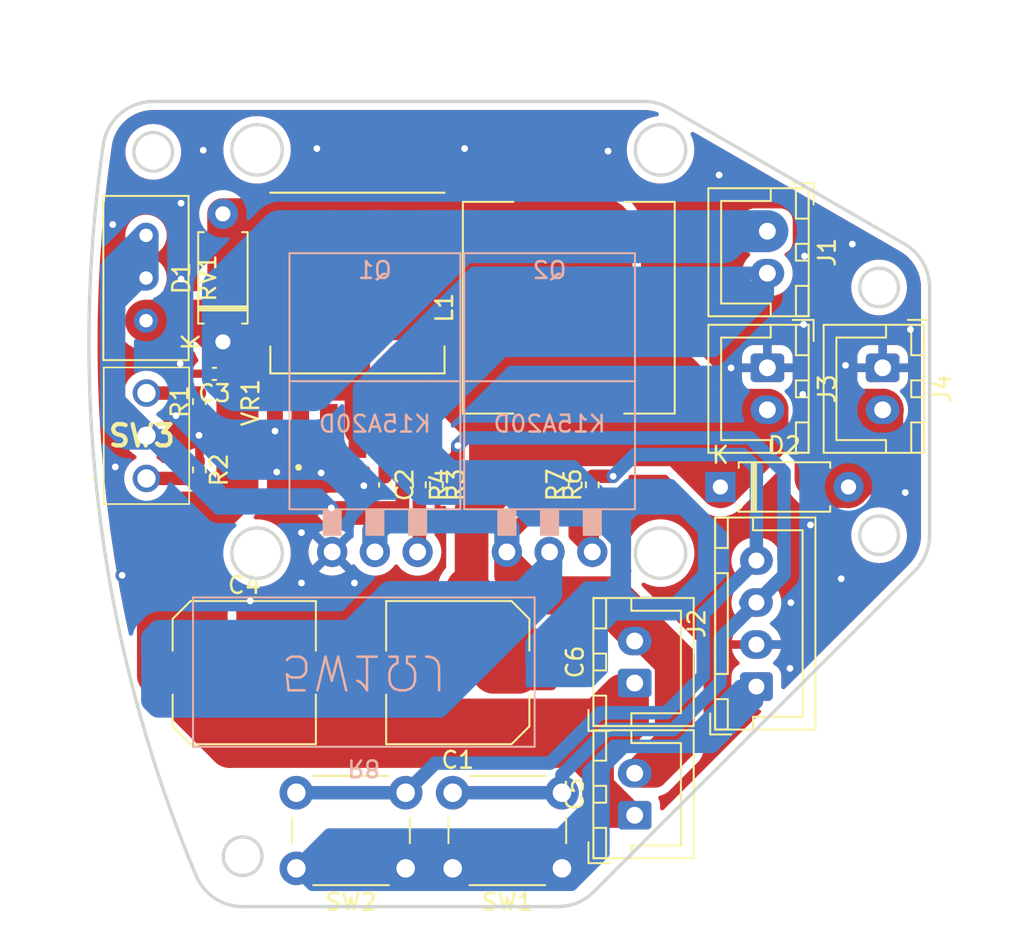
<source format=kicad_pcb>
(kicad_pcb (version 20211014) (generator pcbnew)
  (layers (0 "F.Cu" signal) (31 "B.Cu" signal) (34 "B.Paste" user) (35 "F.Paste" user) (36 "B.SilkS" user "B.Silkscreen") (37 "F.SilkS" user "F.Silkscreen") (38 "B.Mask" user) (39 "F.Mask" user) (44 "Edge.Cuts" user))
  (net 0 "")
  (net 1 "+12V")
  (net 2 "GND")
  (net 3 "+48V")
  (net 4 "Net-(C5-Pad2)")
  (net 5 "Net-(D1-Pad2)")
  (net 6 "Net-(D2-Pad2)")
  (net 7 "Net-(J1-Pad2)")
  (net 8 "+3V3")
  (net 9 "FET1")
  (net 10 "FET2")
  (net 11 "Net-(Q1-Pad1)")
  (net 12 "Net-(RV1-Pad2)")
  (net 13 "Net-(Q2-Pad1)")
  (net 14 "Net-(Q2-Pad2)")
  (net 15 "Net-(R1-Pad2)")
  (net 16 "Net-(R2-Pad2)")
  (footprint "Resistor_SMD:R_0402_1005Metric" (layer "F.Cu") (at 145.923 110.236 90)
    (fp_text reference "R7")
    (fp_text value "R")
  )
  (footprint "Inductor_SMD:L_12x12mm_H8mm" (layer "F.Cu") (at 145.542 99.695 90)
    (fp_text reference "L1")
    (fp_text value "INDUCTOR　47μH/5A")
  )
  (footprint "Resistor_SMD:R_0402_1005Metric" (layer "F.Cu") (at 137.668 110.236 -90)
    (fp_text reference "R3")
    (fp_text value "R")
  )
  (footprint "Capacitor_SMD:C_0402_1005Metric" (layer "F.Cu") (at 134.62 110.236 -90)
    (fp_text reference "C2")
    (fp_text value "105")
  )
  (footprint "Potentiometer_THT:Potentiometer_Bourns_3296W_Vertical" (layer "F.Cu") (at 120.396 100.467 -90)
    (fp_text reference "RV1")
    (fp_text value "20K")
  )
  (footprint "Connector_JST:JST_XH_B4B-XH-A_1x04_P2.50mm_Vertical" (layer "F.Cu") (at 156.701 122.241 90)
    (fp_text reference "J2")
    (fp_text value "Conn_01x04_Female")
  )
  (footprint "Diode_THT:D_A-405_P7.62mm_Horizontal" (layer "F.Cu") (at 124.968 101.727 90)
    (fp_text reference "D1")
    (fp_text value "D")
  )
  (footprint "Connector_JST:JST_XH_B2B-XH-A_1x02_P2.50mm_Vertical" (layer "F.Cu") (at 149.462 129.901 90)
    (fp_text reference "C5")
    (fp_text value "C")
  )
  (footprint "Resistor_SMD:R_0402_1005Metric" (layer "F.Cu") (at 123.571 105.283 90)
    (fp_text reference "R1")
    (fp_text value "470")
  )
  (footprint "XL6009:DPAK170P1435X465-6N" (layer "F.Cu") (at 132.969 100.89875 90)
    (fp_text reference "VR1")
    (fp_text value "XL6009")
  )
  (footprint "Capacitor_SMD:C_Elec_8x10.2" (layer "F.Cu") (at 138.938 121.412 180)
    (fp_text reference "C1")
    (fp_text value "220μF")
  )
  (footprint "Resistor_SMD:R_0402_1005Metric" (layer "F.Cu") (at 146.939 110.236 90)
    (fp_text reference "R6")
    (fp_text value "R")
  )
  (footprint "Capacitor_SMD:C_0402_1005Metric" (layer "F.Cu") (at 124.46 103.632 180)
    (fp_text reference "C3")
    (fp_text value "105")
  )
  (footprint "Diode_THT:D_A-405_P7.62mm_Horizontal" (layer "F.Cu") (at 154.559 110.363)
    (fp_text reference "D2")
    (fp_text value "D")
  )
  (footprint "Resistor_SMD:R_0402_1005Metric" (layer "F.Cu") (at 136.652 110.236 -90)
    (fp_text reference "R4")
    (fp_text value "R")
  )
  (footprint "Connector_JST:JST_XH_B2B-XH-A_1x02_P2.50mm_Vertical" (layer "F.Cu") (at 157.353 95.143 -90)
    (fp_text reference "J1")
    (fp_text value "Conn_01x02_Female")
  )
  (footprint "Button_Switch_THT:SW_PUSH_6mm_H5mm" (layer "F.Cu") (at 135.838 133.06 180)
    (fp_text reference "SW2")
    (fp_text value "SW_Push")
  )
  (footprint "Capacitor_SMD:C_Elec_8x10.2" (layer "F.Cu") (at 126.238 121.412)
    (fp_text reference "C4")
    (fp_text value "220μF")
  )
  (footprint "Button_Switch_THT:SW_PUSH_6mm_H5mm" (layer "F.Cu") (at 145.1356 133.06 180)
    (fp_text reference "SW1")
    (fp_text value "SW_Push")
  )
  (footprint "Connector_JST:JST_XH_B2B-XH-A_1x02_P2.50mm_Vertical" (layer "F.Cu") (at 157.353 103.271 -90)
    (fp_text reference "J3")
    (fp_text value "Conn_01x02_Female")
  )
  (footprint "Lib:2MS1T2B4M2QES" (layer "F.Cu") (at 120.422 109.855)
    (fp_text reference "SW3")
    (fp_text value "SW_DPDT_x2" hide)
  )
  (footprint "Resistor_SMD:R_0402_1005Metric" (layer "F.Cu") (at 123.571 109.347 -90)
    (fp_text reference "R2")
    (fp_text value "560")
  )
  (footprint "Connector_JST:JST_XH_B2B-XH-A_1x02_P2.50mm_Vertical" (layer "F.Cu") (at 149.462 122.03 90)
    (fp_text reference "C6")
    (fp_text value "C")
  )
  (footprint "Connector_JST:JST_XH_B2B-XH-A_1x02_P2.50mm_Vertical" (layer "F.Cu") (at 164.211 103.271 -90)
    (fp_text reference "J4")
    (fp_text value "Conn_01x02_Female")
  )
  (footprint "Lib:K15A20D" (layer "B.Cu") (at 144.399 91.877 180)
    (fp_text reference "Q2")
    (fp_text value "Q_NJFET_GDS")
  )
  (footprint "Lib:5W 1Ω sement" (layer "B.Cu") (at 133.35 126.4605)
    (fp_text reference "R8")
    (fp_text value "R")
  )
  (footprint "Lib:K15A20D" (layer "B.Cu") (at 134.008 91.877 180)
    (fp_text reference "Q1")
    (fp_text value "Q_NJFET_GDS")
  )
  (gr_line (start 152.309521 89.568455) (end 152.414319 89.800292) (layer "Edge.Cuts") (width 0.2))
  (gr_arc (start 165.5 95.892732) (mid 166.598073 96.990809) (end 167 98.490809) (layer "Edge.Cuts") (width 0.2))
  (gr_arc (start 149.633159 114.91785) (mid 150.936338 112.801354) (end 152.414316 114.799709) (layer "Edge.Cuts") (width 0.2))
  (gr_arc (start 125.633157 114.917851) (mid 126.936338 112.801352) (end 128.414317 114.799709) (layer "Edge.Cuts") (width 0.2))
  (gr_line (start 165.5 95.892732) (end 151.520163 87.82147) (layer "Edge.Cuts") (width 0.2))
  (gr_arc (start 123.37393 133.496965) (mid 117.65174 112.117973) (end 117.855302 89.987377) (layer "Edge.Cuts") (width 0.2))
  (gr_circle (center 126.140738 132.33732) (end 124.990738 132.33732) (layer "Edge.Cuts") (width 0.2) (fill none))
  (gr_arc (start 147.019417 134.45864) (mid 146.046146 135.108953) (end 144.898097 135.33732) (layer "Edge.Cuts") (width 0.2))
  (gr_line (start 150.020163 87.419546) (end 120.824011 87.419546) (layer "Edge.Cuts") (width 0.2))
  (gr_arc (start 167 113.235417) (mid 166.771633 114.383464) (end 166.12132 115.356737) (layer "Edge.Cuts") (width 0.2))
  (gr_line (start 125.633158 89.682148) (end 125.757235 89.46004) (layer "Edge.Cuts") (width 0.2))
  (gr_line (start 126.140738 135.33732) (end 144.898097 135.33732) (layer "Edge.Cuts") (width 0.2))
  (gr_line (start 125.757236 115.139961) (end 125.633157 114.917851) (layer "Edge.Cuts") (width 0.2))
  (gr_arc (start 152.309522 115.031542) (mid 151.063662 115.798649) (end 149.757236 115.139961) (layer "Edge.Cuts") (width 0.2))
  (gr_arc (start 117.855302 89.987377) (mid 118.861412 88.150547) (end 120.824011 87.419546) (layer "Edge.Cuts") (width 0.2))
  (gr_line (start 128.414317 114.799709) (end 128.309521 115.031542) (layer "Edge.Cuts") (width 0.2))
  (gr_arc (start 126.140738 135.33732) (mid 124.479233 134.835229) (end 123.37393 133.496965) (layer "Edge.Cuts") (width 0.2))
  (gr_circle (center 164 98.490809) (end 162.85 98.490809) (layer "Edge.Cuts") (width 0.2) (fill none))
  (gr_arc (start 149.757235 89.46004) (mid 151.06366 88.801352) (end 152.309521 89.568455) (layer "Edge.Cuts") (width 0.2))
  (gr_line (start 152.414316 114.799709) (end 152.309522 115.031542) (layer "Edge.Cuts") (width 0.2))
  (gr_arc (start 125.757235 89.46004) (mid 127.063659 88.801352) (end 128.30952 89.568455) (layer "Edge.Cuts") (width 0.2))
  (gr_arc (start 128.309521 115.031542) (mid 127.063662 115.798648) (end 125.757236 115.139961) (layer "Edge.Cuts") (width 0.2))
  (gr_arc (start 128.414317 89.800292) (mid 126.936337 91.798649) (end 125.633158 89.682148) (layer "Edge.Cuts") (width 0.2))
  (gr_line (start 149.633158 89.682147) (end 149.757235 89.46004) (layer "Edge.Cuts") (width 0.2))
  (gr_line (start 149.757236 115.139961) (end 149.633159 114.91785) (layer "Edge.Cuts") (width 0.2))
  (gr_line (start 147.019417 134.45864) (end 166.12132 115.356737) (layer "Edge.Cuts") (width 0.2))
  (gr_arc (start 150.020163 87.419546) (mid 150.796625 87.521758) (end 151.520163 87.82147) (layer "Edge.Cuts") (width 0.2))
  (gr_line (start 128.30952 89.568455) (end 128.414317 89.800292) (layer "Edge.Cuts") (width 0.2))
  (gr_line (start 167 113.235417) (end 167 98.490809) (layer "Edge.Cuts") (width 0.2))
  (gr_circle (center 164 113.235417) (end 162.85 113.235417) (layer "Edge.Cuts") (width 0.2) (fill none))
  (gr_arc (start 152.414319 89.800292) (mid 150.936336 91.79865) (end 149.633158 89.682147) (layer "Edge.Cuts") (width 0.2))
  (gr_circle (center 120.824011 90.419546) (end 119.674011 90.419546) (layer "Edge.Cuts") (width 0.2) (fill none))
  (segment (start 153.162 106.934) (end 150.3172 106.934) (width 1.5) (layer "F.Cu") (net 1))
  (segment (start 142.875 105.283) (end 140.7922 105.283) (width 1.5) (layer "F.Cu") (net 1))
  (segment (start 145.542 104.645) (end 145.418 104.645) (width 1.5) (layer "F.Cu") (net 1))
  (segment (start 145.371239 104.474239) (end 137.460761 104.474239) (width 1.5) (layer "F.Cu") (net 1))
  (segment (start 140.8684 108.966) (end 140.8684 107.2896) (width 2.5) (layer "F.Cu") (net 1))
  (segment (start 135.470539 102.578261) (end 147.942661 102.578261) (width 1.5) (layer "F.Cu") (net 1))
  (segment (start 147.2662 104.645) (end 147.4724 104.8512) (width 1.5) (layer "F.Cu") (net 1))
  (segment (start 140.0556 120.396) (end 140.0556 117.2972) (width 2.5) (layer "F.Cu") (net 1))
  (segment (start 144.4244 108.3564) (end 145.1864 108.3564) (width 1.5) (layer "F.Cu") (net 1))
  (segment (start 144.4244 108.3564) (end 143.4592 108.3564) (width 1.5) (layer "F.Cu") (net 1))
  (segment (start 143.3068 108.204) (end 145.542 105.9688) (width 2.5) (layer "F.Cu") (net 1))
  (segment (start 147.4724 107.7976) (end 146.9136 108.3564) (width 1.5) (layer "F.Cu") (net 1))
  (segment (start 134.669 104.699728) (end 134.6708 104.697928) (width 1.5) (layer "F.Cu") (net 1))
  (segment (start 154.559 108.4326) (end 154.559 106.0958) (width 2.5) (layer "F.Cu") (net 1))
  (segment (start 157.353 105.771) (end 154.8838 105.771) (width 2.5) (layer "F.Cu") (net 1))
  (segment (start 157.2206 105.771) (end 154.559 108.4326) (width 2.5) (layer "F.Cu") (net 1))
  (segment (start 148.59 103.2256) (end 148.59 106.68) (width 1.5) (layer "F.Cu") (net 1))
  (segment (start 134.62 109.756) (end 134.62 107.07775) (width 0.8) (layer "F.Cu") (net 1))
  (segment (start 150.3172 106.934) (end 149.352 105.9688) (width 1.5) (layer "F.Cu") (net 1))
  (segment (start 145.542 104.645) (end 147.2662 104.645) (width 1.5) (layer "F.Cu") (net 1))
  (segment (start 147.4724 104.8512) (end 147.4724 107.7976) (width 1.5) (layer "F.Cu") (net 1))
  (segment (start 134.6708 104.697928) (end 134.6708 103.378) (width 1.5) (layer "F.Cu") (net 1))
  (segment (start 140.8684 107.881878) (end 140.8684 108.966) (width 1.5) (layer "F.Cu") (net 1))
  (segment (start 138.644262 103.9368) (end 135.431928 103.9368) (width 1.5) (layer "F.Cu") (net 1))
  (segment (start 145.542 104.645) (end 145.371239 104.474239) (width 1.5) (layer "F.Cu") (net 1))
  (segment (start 140.8684 105.3592) (end 140.7922 105.283) (width 2.5) (layer "F.Cu") (net 1))
  (segment (start 147.942661 102.578261) (end 148.59 103.2256) (width 1.5) (layer "F.Cu") (net 1))
  (segment (start 140.227504 117.125296) (end 142.538 119.435791) (width 2.5) (layer "F.Cu") (net 1))
  (segment (start 144.78 105.283) (end 142.875 105.283) (width 1.5) (layer "F.Cu") (net 1))
  (segment (start 157.353 107.569) (end 154.559 110.363) (width 2.5) (layer "F.Cu") (net 1))
  (segment (start 157.353 105.771) (end 157.353 107.569) (width 2.5) (layer "F.Cu") (net 1))
  (segment (start 140.8684 107.2896) (end 142.875 105.283) (width 2.5) (layer "F.Cu") (net 1))
  (segment (start 153.162 106.7308) (end 153.162 106.934) (width 1.5) (layer "F.Cu") (net 1))
  (segment (start 145.1864 108.3564) (end 146.6596 106.8832) (width 1.5) (layer "F.Cu") (net 1))
  (segment (start 140.0556 117.2972) (end 140.227504 117.125296) (width 2.5) (layer "F.Cu") (net 1))
  (segment (start 139.759489 111.751311) (end 139.759489 116.157281) (width 2) (layer "F.Cu") (net 1))
  (segment (start 154.559 106.0958) (end 151.541461 103.078261) (width 2.5) (layer "F.Cu") (net 1))
  (segment (start 146.9136 108.3564) (end 144.4244 108.3564) (width 1.5) (layer "F.Cu") (net 1))
  (segment (start 139.509489 116.407281) (end 139.509489 119.849889) (width 2.5) (layer "F.Cu") (net 1))
  (segment (start 140.8684 110.6424) (end 140.8684 108.966) (width 2.5) (layer "F.Cu") (net 1))
  (segment (start 154.559 110.363) (end 154.559 108.4326) (width 2.5) (layer "F.Cu") (net 1))
  (segment (start 145.05314 103.9368) (end 138.644262 103.9368) (width 1.5) (layer "F.Cu") (net 1))
  (segment (start 134.62 107.07775) (end 134.669 107.02875) (width 0.8) (layer "F.Cu") (net 1))
  (segment (start 140.7922 105.283) (end 138.269522 105.283) (width 1.5) (layer "F.Cu") (net 1))
  (segment (start 145.542 104.645) (end 151.0762 104.645) (width 1.5) (layer "F.Cu") (net 1))
  (segment (start 143.4592 108.3564) (end 143.3068 108.204) (width 1.5) (layer "F.Cu") (net 1))
  (segment (start 134.669 104.699728) (end 134.669 107.02875) (width 1.5) (layer "F.Cu") (net 1))
  (segment (start 142.538 119.435791) (end 142.538 121.412) (width 2.5) (layer "F.Cu") (net 1))
  (segment (start 149.352 105.41) (end 150.5712 105.41) (width 1.5) (layer "F.Cu") (net 1))
  (segment (start 138.644262 103.9368) (end 138.593462 103.9876) (width 1.5) (layer "F.Cu") (net 1))
  (segment (start 138.269522 105.283) (end 140.8684 107.881878) (width 1.5) (layer "F.Cu") (net 1))
  (segment (start 145.542 105.9688) (end 145.542 104.645) (width 2.5) (layer "F.Cu") (net 1))
  (segment (start 137.460761 104.474239) (end 134.894489 104.474239) (width 1.5) (layer "F.Cu") (net 1))
  (segment (start 134.6708 103.378) (end 135.470539 102.578261) (width 1.5) (layer "F.Cu") (net 1))
  (segment (start 154.8838 105.771) (end 154.559 106.0958) (width 2.5) (layer "F.Cu") (net 1))
  (segment (start 142.538 121.412) (end 141.0716 121.412) (width 2.5) (layer "F.Cu") (net 1))
  (segment (start 134.894489 104.474239) (end 134.669 104.699728) (width 1.5) (layer "F.Cu") (net 1))
  (segment (start 157.353 105.771) (end 157.2206 105.771) (width 2.5) (layer "F.Cu") (net 1))
  (segment (start 139.509489 119.849889) (end 140.0556 120.396) (width 2.5) (layer "F.Cu") (net 1))
  (segment (start 151.0762 104.645) (end 153.162 106.7308) (width 1.5) (layer "F.Cu") (net 1))
  (segment (start 145.10394 103.9876) (end 145.05314 103.9368) (width 1.5) (layer "F.Cu") (net 1))
  (segment (start 149.352 105.9688) (end 149.352 105.41) (width 1.5) (layer "F.Cu") (net 1))
  (segment (start 154.559 110.363) (end 152.07248 107.87648) (width 2.5) (layer "F.Cu") (net 1))
  (segment (start 135.431928 103.9368) (end 134.669 104.699728) (width 1.5) (layer "F.Cu") (net 1))
  (segment (start 150.5712 105.41) (end 151.1808 106.0196) (width 1.5) (layer "F.Cu") (net 1))
  (segment (start 138.269522 105.283) (end 137.460761 104.474239) (width 1.5) (layer "F.Cu") (net 1))
  (segment (start 139.509489 116.407281) (end 140.227504 117.125296) (width 2.5) (layer "F.Cu") (net 1))
  (segment (start 141.0716 121.412) (end 140.0556 120.396) (width 2.5) (layer "F.Cu") (net 1))
  (segment (start 148.59 106.68) (end 146.9136 108.3564) (width 1.5) (layer "F.Cu") (net 1))
  (segment (start 140.8684 110.6424) (end 139.759489 111.751311) (width 2) (layer "F.Cu") (net 1))
  (segment (start 151.541461 103.078261) (end 146.317061 103.078261) (width 2.5) (layer "F.Cu") (net 1))
  (segment (start 152.07248 107.87648) (end 145.1864 107.87648) (width 2.5) (layer "F.Cu") (net 1))
  (segment (start 139.759489 116.157281) (end 139.509489 116.407281) (width 2) (layer "F.Cu") (net 1))
  (segment (start 140.8684 110.6424) (end 143.3068 108.204) (width 2.5) (layer "F.Cu") (net 1))
  (segment (start 145.418 104.645) (end 144.78 105.283) (width 1.5) (layer "F.Cu") (net 1))
  (segment (start 140.8684 108.966) (end 140.8684 105.3592) (width 2.5) (layer "F.Cu") (net 1))
  (segment (start 133.7792 110.716) (end 133.35 110.2868) (width 0.5) (layer "F.Cu") (net 2))
  (segment (start 134.62 110.716) (end 133.7792 110.716) (width 0.5) (layer "F.Cu") (net 2))
  (via (at 154.4828 91.7956) (size 0.8) (drill 0.4) (layers "F.Cu" "B.Cu") (net 2))
  (via (at 129.6416 116.078) (size 0.8) (drill 0.4) (layers "F.Cu" "B.Cu") (net 2))
  (via (at 130.81 109.5248) (size 0.8) (drill 0.4) (layers "F.Cu" "B.Cu") (net 2))
  (via (at 122.428 103.0224) (size 0.8) (drill 0.4) (layers "F.Cu" "B.Cu") (net 2))
  (via (at 118.5672 109.1692) (size 0.8) (drill 0.4) (layers "F.Cu" "B.Cu") (net 2))
  (via (at 123.7996 90.3224) (size 0.8) (drill 0.4) (layers "F.Cu" "B.Cu") (net 2))
  (via (at 133.35 110.2868) (size 0.8) (drill 0.4) (layers "F.Cu" "B.Cu") (net 2))
  (via (at 162.0012 103.124) (size 0.8) (drill 0.4) (layers "F.Cu" "B.Cu") (net 2))
  (via (at 165.5572 110.6932) (size 0.8) (drill 0.4) (layers "F.Cu" "B.Cu") (net 2))
  (via (at 118.9736 115.6208) (size 0.8) (drill 0.4) (layers "F.Cu" "B.Cu") (net 2))
  (via (at 159.9184 112.6236) (size 0.8) (drill 0.4) (layers "F.Cu" "B.Cu") (net 2))
  (via (at 165.862 100.9904) (size 0.8) (drill 0.4) (layers "F.Cu" "B.Cu") (net 2))
  (via (at 128.1684 109.474) (size 0.8) (drill 0.4) (layers "F.Cu" "B.Cu") (net 2))
  (via (at 122.4788 93.472) (size 0.8) (drill 0.4) (layers "F.Cu" "B.Cu") (net 2))
  (via (at 122.4788 97.9932) (size 0.8) (drill 0.4) (layers "F.Cu" "B.Cu") (net 2))
  (via (at 129.6416 113.0808) (size 0.8) (drill 0.4) (layers "F.Cu" "B.Cu") (net 2))
  (via (at 123.5456 107.2896) (size 0.8) (drill 0.4) (layers "F.Cu" "B.Cu") (net 2))
  (via (at 139.3444 90.2208) (size 0.8) (drill 0.4) (layers "F.Cu" "B.Cu") (net 2))
  (via (at 147.8788 90.3732) (size 0.8) (drill 0.4) (layers "F.Cu" "B.Cu") (net 2))
  (via (at 130.556 90.2208) (size 0.8) (drill 0.4) (layers "F.Cu" "B.Cu") (net 2))
  (via (at 159.4612 104.8512) (size 0.8) (drill 0.4) (layers "F.Cu" "B.Cu") (net 2))
  (via (at 132.7912 116.078) (size 0.8) (drill 0.4) (layers "F.Cu" "B.Cu") (net 2))
  (via (at 122.174 106.1212) (size 0.8) (drill 0.4) (layers "F.Cu" "B.Cu") (net 2))
  (via (at 159.512 100.6856) (size 0.8) (drill 0.4) (layers "F.Cu" "B.Cu") (net 2))
  (via (at 159.5628 96.6216) (size 0.8) (drill 0.4) (layers "F.Cu" "B.Cu") (net 2))
  (via (at 155.194 103.2764) (size 0.8) (drill 0.4) (layers "F.Cu" "B.Cu") (net 2))
  (via (at 162.4076 95.9104) (size 0.8) (drill 0.4) (layers "F.Cu" "B.Cu") (net 2))
  (via (at 128.0668 107.0356) (size 0.8) (drill 0.4) (layers "F.Cu" "B.Cu") (net 2))
  (via (at 118.4148 94.742) (size 0.8) (drill 0.4) (layers "F.Cu" "B.Cu") (net 2))
  (via (at 158.75 117.2464) (size 0.8) (drill 0.4) (layers "F.Cu" "B.Cu") (net 2))
  (via (at 126.5936 117.1448) (size 0.8) (drill 0.4) (layers "F.Cu" "B.Cu") (net 2))
  (via (at 158.6992 121.158) (size 0.8) (drill 0.4) (layers "F.Cu" "B.Cu") (net 2))
  (via (at 161.7472 115.824) (size 0.8) (drill 0.4) (layers "F.Cu" "B.Cu") (net 2))
  (segment (start 121.1072 112.9284) (end 122.1486 111.887) (width 2.5) (layer "F.Cu") (net 3))
  (segment (start 124.0028 117.3852) (end 122.638 116.0204) (width 2.5) (layer "F.Cu") (net 3))
  (segment (start 124.0028 121.412) (end 124.0028 118.364) (width 2.5) (layer "F.Cu") (net 3))
  (segment (start 122.638 121.412) (end 122.638 116.0204) (width 2.5) (layer "F.Cu") (net 3))
  (segment (start 148.7678 125.2982) (end 147.828 126.238) (width 1.5) (layer "F.Cu") (net 3))
  (segment (start 124.968 101.554478) (end 123.880522 100.467) (width 2.5) (layer "F.Cu") (net 3))
  (segment (start 147.286 124.206) (end 148.7678 122.7242) (width 2.5) (layer "F.Cu") (net 3))
  (segment (start 149.267095 129.901) (end 147.4724 128.106305) (width 1.5) (layer "F.Cu") (net 3))
  (segment (start 123.5964 120.4536) (end 123.5964 112.6236) (width 2.5) (layer "F.Cu") (net 3))
  (segment (start 149.462 129.901) (end 149.267095 129.901) (width 1.5) (layer "F.Cu") (net 3))
  (segment (start 122.638 121.412) (end 121.158 121.412) (width 2.5) (layer "F.Cu") (net 3))
  (segment (start 147.4724 129.4892) (end 147.4724 127.8128) (width 1.5) (layer "F.Cu") (net 3))
  (segment (start 124.0028 118.364) (end 124.0028 117.3852) (width 2.5) (layer "F.Cu") (net 3))
  (segment (start 121.1072 121.5644) (end 125.3744 125.8316) (width 2.5) (layer "F.Cu") (net 3))
  (segment (start 122.638 121.412) (end 124.0028 121.412) (width 2.5) (layer "F.Cu") (net 3))
  (segment (start 125.8316 110.5916) (end 125.8316 104.9528) (width 2.5) (layer "F.Cu") (net 3))
  (segment (start 124.968 101.727) (end 124.968 101.8032) (width 2.5) (layer "F.Cu") (net 3))
  (segment (start 121.158 121.412) (end 121.1072 121.3612) (width 2.5) (layer "F.Cu") (net 3))
  (segment (start 124.0028 118.364) (end 124.0028 121.5136) (width 2.5) (layer "F.Cu") (net 3))
  (segment (start 147.1168 125.8316) (end 147.4724 125.476) (width 2.5) (layer "F.Cu") (net 3))
  (segment (start 123.880522 100.467) (end 120.396 100.467) (width 2.5) (layer "F.Cu") (net 3))
  (segment (start 149.462 122.03) (end 148.7678 122.7242) (width 1.5) (layer "F.Cu") (net 3))
  (segment (start 147.4724 129.4892) (end 147.4724 128.106305) (width 1.5) (layer "F.Cu") (net 3))
  (segment (start 123.5964 112.6236) (end 124.0028 112.2172) (width 2.5) (layer "F.Cu") (net 3))
  (segment (start 122.638 113.7852) (end 124.5362 111.887) (width 2.5) (layer "F.Cu") (net 3))
  (segment (start 124.968 101.8032) (end 125.8316 102.6668) (width 2.5) (layer "F.Cu") (net 3))
  (segment (start 147.828 126.238) (end 147.4724 126.238) (width 1.5) (layer "F.Cu") (net 3))
  (segment (start 149.462 122.03) (end 149.5552 122.1232) (width 1.5) (layer "F.Cu") (net 3))
  (segment (start 147.4724 127.8128) (end 145.4912 125.8316) (width 1.5) (layer "F.Cu") (net 3))
  (segment (start 121.1072 121.3612) (end 121.1072 119.2276) (width 2.5) (layer "F.Cu") (net 3))
  (segment (start 125.8316 102.418078) (end 125.8316 104.9528) (width 2.5) (layer "F.Cu") (net 3))
  (segment (start 148.7678 122.7242) (end 148.7678 125.2982) (width 1.5) (layer "F.Cu") (net 3))
  (segment (start 147.4724 125.476) (end 147.4724 124.0196) (width 1.5) (layer "F.Cu") (net 3))
  (segment (start 147.8842 129.901) (end 147.4724 129.4892) (width 1.5) (layer "F.Cu") (net 3))
  (segment (start 145.4912 125.8316) (end 147.1168 125.8316) (width 2.5) (layer "F.Cu") (net 3))
  (segment (start 124.968 101.727) (end 124.968 101.554478) (width 2.5) (layer "F.Cu") (net 3))
  (segment (start 124.968 101.727) (end 125.140522 101.727) (width 2.5) (layer "F.Cu") (net 3))
  (segment (start 125.8316 104.9528) (end 125.8316 102.6668) (width 2.5) (layer "F.Cu") (net 3))
  (segment (start 122.638 121.412) (end 123.5964 120.4536) (width 2.5) (layer "F.Cu") (net 3))
  (segment (start 122.1486 111.887) (end 124.5362 111.887) (width 2.5) (layer "F.Cu") (net 3))
  (segment (start 124.5362 111.887) (end 125.8316 110.5916) (width 2.5) (layer "F.Cu") (net 3))
  (segment (start 125.140522 101.727) (end 125.8316 102.418078) (width 2.5) (layer "F.Cu") (net 3))
  (segment (start 121.1072 119.2276) (end 121.1072 121.5644) (width 2.5) (layer "F.Cu") (net 3))
  (segment (start 125.3744 125.8316) (end 145.4912 125.8316) (width 2.5) (layer "F.Cu") (net 3))
  (segment (start 126.6952 124.206) (end 147.286 124.206) (width 2.5) (layer "F.Cu") (net 3))
  (segment (start 149.462 129.901) (end 147.8842 129.901) (width 1.5) (layer "F.Cu") (net 3))
  (segment (start 149.5552 124.5108) (end 148.7678 125.2982) (width 1.5) (layer "F.Cu") (net 3))
  (segment (start 121.1072 119.2276) (end 121.1072 112.9284) (width 2.5) (layer "F.Cu") (net 3))
  (segment (start 147.4724 128.106305) (end 147.4724 125.476) (width 1.5) (layer "F.Cu") (net 3))
  (segment (start 147.4724 124.0196) (end 149.462 122.03) (width 1.5) (layer "F.Cu") (net 3))
  (segment (start 124.0028 121.5136) (end 126.6952 124.206) (width 2.5) (layer "F.Cu") (net 3))
  (segment (start 122.638 116.0204) (end 122.638 113.7852) (width 2.5) (layer "F.Cu") (net 3))
  (segment (start 149.5552 122.1232) (end 149.5552 124.5108) (width 1.5) (layer "F.Cu") (net 3))
  (segment (start 131.552 95.143) (end 134.5746 95.143) (width 2.5) (layer "B.Cu") (net 3))
  (segment (start 124.968 98.552) (end 128.377 95.143) (width 2.5) (layer "B.Cu") (net 3))
  (segment (start 137.6172 97.3328) (end 139.15652 95.79348) (width 2.5) (layer "B.Cu") (net 3))
  (segment (start 139.807 95.143) (end 155.3518 95.143) (width 2.5) (layer "B.Cu") (net 3))
  (segment (start 124.968 101.727) (end 124.968 103.8352) (width 2.5) (layer "B.Cu") (net 3))
  (segment (start 128.377 95.143) (end 131.552 95.143) (width 2.5) (layer "B.Cu") (net 3))
  (segment (start 126.6952 102.7684) (end 126.492 102.5652) (width 2.5) (layer "B.Cu") (net 3))
  (segment (start 125.73 104.5972) (end 130.3528 104.5972) (width 2.5) (layer "B.Cu") (net 3))
  (segment (start 139.807 95.143) (end 136.8606 95.143) (width 2.5) (layer "B.Cu") (net 3))
  (segment (start 137.6172 97.3328) (end 139.807 95.143) (width 2.5) (layer "B.Cu") (net 3))
  (segment (start 155.3518 95.143) (end 157.353 95.143) (width 2.5) (layer "B.Cu") (net 3))
  (segment (start 133.9142 95.143) (end 134.5746 95.143) (width 2.5) (layer "B.Cu") (net 3))
  (segment (start 154.70132 95.79348) (end 155.3518 95.143) (width 2.5) (layer "B.Cu") (net 3))
  (segment (start 134.5746 95.143) (end 139.807 95.143) (width 2.5) (layer "B.Cu") (net 3))
  (segment (start 136.8606 95.143) (end 129.2352 102.7684) (width 2.5) (layer "B.Cu") (net 3))
  (segment (start 124.968 101.727) (end 131.552 95.143) (width 2.5) (layer "B.Cu") (net 3))
  (segment (start 130.3528 104.5972) (end 137.6172 97.3328) (width 2.5) (layer "B.Cu") (net 3))
  (segment (start 139.15652 95.79348) (end 154.70132 95.79348) (width 2.5) (layer "B.Cu") (net 3))
  (segment (start 126.492 102.5652) (end 133.9142 95.143) (width 2.5) (layer "B.Cu") (net 3))
  (segment (start 124.968 103.8352) (end 125.73 104.5972) (width 2.5) (layer "B.Cu") (net 3))
  (segment (start 124.968 101.727) (end 124.968 98.552) (width 2.5) (layer "B.Cu") (net 3))
  (segment (start 129.2352 102.7684) (end 126.6952 102.7684) (width 2.5) (layer "B.Cu") (net 3))
  (segment (start 152.2984 125.8824) (end 152.2984 120.4468) (width 1.5) (layer "F.Cu") (net 4))
  (segment (start 145.529466 109.726) (end 141.859 113.396466) (width 0.8) (layer "F.Cu") (net 4))
  (segment (start 149.569 127.508) (end 150.6728 127.508) (width 1.5) (layer "F.Cu") (net 4))
  (segment (start 147.1676 117.1956) (end 146.304 117.1956) (width 1.5) (layer "F.Cu") (net 4))
  (segment (start 145.923 109.726) (end 145.529466 109.726) (width 0.8) (layer "F.Cu") (net 4))
  (segment (start 141.859 113.396466) (end 141.859 114.229) (width 0.8) (layer "F.Cu") (net 4))
  (segment (start 141.859 115.6462) (end 141.859 114.229) (width 1.5) (layer "F.Cu") (net 4))
  (segment (start 149.462 127.401) (end 151.41152 125.45148) (width 1.5) (layer "F.Cu") (net 4))
  (segment (start 143.4084 117.1956) (end 141.859 115.6462) (width 1.5) (layer "F.Cu") (net 4))
  (segment (start 149.462 119.49) (end 147.1676 117.1956) (width 1.5) (layer "F.Cu") (net 4))
  (segment (start 151.41152 120.933143) (end 150.008377 119.53) (width 1.5) (layer "F.Cu") (net 4))
  (segment (start 150.008377 119.53) (end 149.462 119.53) (width 1.5) (layer "F.Cu") (net 4))
  (segment (start 148.2852 116.4336) (end 143.6624 116.4336) (width 1.5) (layer "F.Cu") (net 4))
  (segment (start 144.4244 117.1956) (end 143.4084 117.1956) (width 1.5) (layer "F.Cu") (net 4))
  (segment (start 152.2984 120.4468) (end 149.0472 117.1956) (width 1.5) (layer "F.Cu") (net 4))
  (segment (start 144.4244 117.1956) (end 143.4846 116.2558) (width 1.5) (layer "F.Cu") (net 4))
  (segment (start 141.859 114.229) (end 143.4846 115.8546) (width 0.8) (layer "F.Cu") (net 4))
  (segment (start 149.462 127.401) (end 149.569 127.508) (width 1.5) (layer "F.Cu") (net 4))
  (segment (start 143.4846 115.8546) (end 143.4846 116.2558) (width 0.8) (layer "F.Cu") (net 4))
  (segment (start 143.4846 116.2558) (end 141.859 114.6302) (width 1.5) (layer "F.Cu") (net 4))
  (segment (start 149.462 119.53) (end 149.462 119.49) (width 1.5) (layer "F.Cu") (net 4))
  (segment (start 149.0472 117.1956) (end 146.304 117.1956) (width 1.5) (layer "F.Cu") (net 4))
  (segment (start 143.6624 116.4336) (end 143.4846 116.2558) (width 1.5) (layer "F.Cu") (net 4))
  (segment (start 141.859 114.6302) (end 141.859 114.229) (width 1.5) (layer "F.Cu") (net 4))
  (segment (start 149.0472 117.1956) (end 148.2852 116.4336) (width 1.5) (layer "F.Cu") (net 4))
  (segment (start 150.6728 127.508) (end 152.2984 125.8824) (width 1.5) (layer "F.Cu") (net 4))
  (segment (start 146.304 117.1956) (end 144.4244 117.1956) (width 1.5) (layer "F.Cu") (net 4))
  (segment (start 151.41152 125.45148) (end 151.41152 120.933143) (width 1.5) (layer "F.Cu") (net 4))
  (segment (start 141.386289 112.379489) (end 141.859 112.8522) (width 1.5) (layer "B.Cu") (net 4))
  (segment (start 134.008 112.956208) (end 134.584719 112.379489) (width 1.5) (layer "B.Cu") (net 4))
  (segment (start 134.584719 112.379489) (end 141.386289 112.379489) (width 1.5) (layer "B.Cu") (net 4))
  (segment (start 134.008 114.229) (end 134.008 112.956208) (width 1.5) (layer "B.Cu") (net 4))
  (segment (start 141.859 112.8522) (end 141.859 114.229) (width 1.5) (layer "B.Cu") (net 4))
  (segment (start 132.969 98.679) (end 130.9116 100.7364) (width 1.5) (layer "F.Cu") (net 5))
  (segment (start 125.9332 96.012) (end 126.5428 96.6216) (width 1.85) (layer "F.Cu") (net 5))
  (segment (start 124.968 94.107) (end 124.968 96.4692) (width 1.85) (layer "F.Cu") (net 5))
  (segment (start 146.7104 96.1136) (end 146.7104 99.822) (width 3) (layer "F.Cu") (net 5))
  (segment (start 132.969 97.39875) (end 132.969 98.679) (width 1.5) (layer "F.Cu") (net 5))
  (segment (start 137.24645 97.39875) (end 137.9728 96.6724) (width 1.5) (layer "F.Cu") (net 5))
  (segment (start 124.968 94.107) (end 129.67725 94.107) (width 1.85) (layer "F.Cu") (net 5))
  (segment (start 147.828 100.128741) (end 147.828 97.031) (width 3) (layer "F.Cu") (net 5))
  (segment (start 137.9728 96.6724) (end 143.8148 96.6724) (width 1.5) (layer "F.Cu") (net 5))
  (segment (start 132.969 97.39875) (end 137.24645 97.39875) (width 1.5) (layer "F.Cu") (net 5))
  (segment (start 133.951658 98.381408) (end 132.969 97.39875) (width 1.5) (layer "F.Cu") (net 5))
  (segment (start 134.766575 100.878741) (end 133.951658 101.693658) (width 1.5) (layer "F.Cu") (net 5))
  (segment (start 138.2268 100.128741) (end 135.698991 100.128741) (width 3) (layer "F.Cu") (net 5))
  (segment (start 144.2212 100.128741) (end 138.2268 100.128741) (width 3) (layer "F.Cu") (net 5))
  (segment (start 129.67725 94.107) (end 132.969 97.39875) (width 1.85) (layer "F.Cu") (net 5))
  (segment (start 140.158259 100.128741) (end 135.698991 100.128741) (width 3) (layer "F.Cu") (net 5))
  (segment (start 145.542 94.745) (end 135.62275 94.745) (width 3) (layer "F.Cu") (net 5))
  (segment (start 127.4572 100.6856) (end 129.68215 100.6856) (width 1.85) (layer "F.Cu") (net 5))
  (segment (start 131.6736 101.854) (end 130.2004 101.854) (width 1.5) (layer "F.Cu") (net 5))
  (segment (start 145.542 94.745) (end 140.158259 100.128741) (width 3) (layer "F.Cu") (net 5))
  (segment (start 145.542 94.745) (end 145.542 94.9452) (width 3) (layer "F.Cu") (net 5))
  (segment (start 132.969 107.02875) (end 132.969 102.676316) (width 1.5) (layer "F.Cu") (net 5))
  (segment (start 132.969 97.39875) (end 133.56345 97.9932) (width 1.5) (layer "F.Cu") (net 5))
  (segment (start 127.5588 99.06) (end 127.5588 95.7072) (width 1.85) (layer "F.Cu") (net 5))
  (segment (start 146.6596 96.0628) (end 146.7104 96.1136) (width 3) (layer "F.Cu") (net 5))
  (segment (start 145.542 94.9452) (end 146.6596 96.0628) (width 3) (layer "F.Cu") (net 5))
  (segment (start 131.572 103.2256) (end 131.8768 103.2256) (width 1.5) (layer "F.Cu") (net 5))
  (segment (start 124.968 96.4692) (end 127.5588 99.06) (width 1.85) (layer "F.Cu") (net 5))
  (segment (start 134.766575 99.196325) (end 134.766575 100.878741) (width 1.5) (layer "F.Cu") (net 5))
  (segment (start 127.5588 95.7072) (end 127.3048 95.4532) (width 1.85) (layer "F.Cu") (net 5))
  (segment (start 133.951658 101.693658) (end 133.951658 98.381408) (width 1.5) (layer "F.Cu") (net 5))
  (segment (start 146.403659 100.128741) (end 144.2212 100.128741) (width 3) (layer "F.Cu") (net 5))
  (segment (start 132.969 102.676316) (end 133.951658 101.693658) (width 1.5) (layer "F.Cu") (net 5))
  (segment (start 135.62275 94.745) (end 132.969 97.39875) (width 3) (layer "F.Cu") (net 5))
  (segment (start 131.121639 104.299239) (end 132.79448 104.299239) (width 1.85) (layer "F.Cu") (net 5))
  (segment (start 147.828 97.031) (end 145.542 94.745) (width 3) (layer "F.Cu") (net 5))
  (segment (start 132.969 107.02875) (end 132.969 97.39875) (width 1.5) (layer "F.Cu") (net 5))
  (segment (start 132.969 103.1494) (end 131.6736 101.854) (width 1.5) (layer "F.Cu") (net 5))
  (segment (start 127.4572 100.6856) (end 127.508 100.6856) (width 1.85) (layer "F.Cu") (net 5))
  (segment (start 127.508 100.6856) (end 131.121639 104.299239) (width 1.85) (layer "F.Cu") (net 5))
  (segment (start 133.56345 97.9932) (end 145.1356 97.9932) (width 1.5) (layer "F.Cu") (net 5))
  (segment (start 145.545 94.742) (end 147.7264 94.742) (width 3) (layer "F.Cu") (net 5))
  (segment (start 124.968 98.1964) (end 127.4572 100.6856) (width 1.85) (layer "F.Cu") (net 5))
  (segment (start 144.2212 100.128741) (end 147.828 100.128741) (width 3) (layer "F.Cu") (net 5))
  (segment (start 132.969 97.39875) (end 134.766575 99.196325) (width 1.5) (layer "F.Cu") (net 5))
  (segment (start 130.2004 101.854) (end 131.572 103.2256) (width 1.5) (layer "F.Cu") (net 5))
  (segment (start 143.8148 96.6724) (end 145.1356 97.9932) (width 1.5) (layer "F.Cu") (net 5))
  (segment (start 124.968 94.107) (end 124.968 98.1964) (width 1.85) (layer "F.Cu") (net 5))
  (segment (start 127.3048 95.4532) (end 125.9332 95.4532) (width 1.85) (layer "F.Cu") (net 5))
  (segment (start 135.698991 100.128741) (end 132.969 97.39875) (width 3) (layer "F.Cu") (net 5))
  (segment (start 125.9332 95.4532) (end 125.9332 96.012) (width 1.85) (layer "F.Cu") (net 5))
  (segment (start 147.828 94.8436) (end 147.828 97.031) (width 3) (layer "F.Cu") (net 5))
  (segment (start 129.68215 100.6856) (end 132.969 97.39875) (width 1.85) (layer "F.Cu") (net 5))
  (segment (start 132.969 107.02875) (end 132.969 103.1494) (width 1.5) (layer "F.Cu") (net 5))
  (segment (start 145.542 94.745) (end 145.545 94.742) (width 3) (layer "F.Cu") (net 5))
  (segment (start 147.7264 94.742) (end 147.828 94.8436) (width 3) (layer "F.Cu") (net 5))
  (segment (start 146.7104 99.822) (end 146.403659 100.128741) (width 3) (layer "F.Cu") (net 5))
  (segment (start 160.2232 107.442) (end 160.2232 109.8296) (width 2.5) (layer "F.Cu") (net 6))
  (segment (start 164.1856 108.3564) (end 162.179 110.363) (width 2.5) (layer "F.Cu") (net 6))
  (segment (start 160.2232 109.8296) (end 160.7566 110.363) (width 2.5) (layer "F.Cu") (net 6))
  (segment (start 162.179 107.803) (end 164.211 105.771) (width 2.5) (layer "F.Cu") (net 6))
  (segment (start 160.7566 110.363) (end 162.179 110.363) (width 2.5) (layer "F.Cu") (net 6))
  (segment (start 161.8996 105.7656) (end 160.2232 107.442) (width 2.5) (layer "F.Cu") (net 6))
  (segment (start 164.211 105.771) (end 164.1856 105.7964) (width 2.5) (layer "F.Cu") (net 6))
  (segment (start 162.179 110.363) (end 162.179 107.803) (width 2.5) (layer "F.Cu") (net 6))
  (segment (start 164.211 105.771) (end 164.2056 105.7656) (width 2.5) (layer "F.Cu") (net 6))
  (segment (start 164.2056 105.7656) (end 161.8996 105.7656) (width 2.5) (layer "F.Cu") (net 6))
  (segment (start 164.1856 105.7964) (end 164.1856 108.3564) (width 2.5) (layer "F.Cu") (net 6))
  (segment (start 139.9286 110.5154) (end 138.3538 108.9406) (width 0.8) (layer "B.Cu") (net 7))
  (segment (start 144.78 121.3805) (end 145.5105 121.3805) (width 0.8) (layer "B.Cu") (net 7))
  (segment (start 151.892 117.2972) (end 153.6192 115.57) (width 0.8) (layer "B.Cu") (net 7))
  (segment (start 138.0744 105.7656) (end 137.6172 106.2228) (width 0.8) (layer "B.Cu") (net 7))
  (segment (start 145.034 120.4468) (end 144.0688 120.4468) (width 0.8) (layer "B.Cu") (net 7))
  (segment (start 148.844 113.03) (end 148.844 112.3696) (width 0.8) (layer "B.Cu") (net 7))
  (segment (start 154.6352 99.06) (end 154.8384 98.8568) (width 0.8) (layer "B.Cu") (net 7))
  (segment (start 147.2184 111.4044) (end 147.4216 111.6076) (width 0.8) (layer "B.Cu") (net 7))
  (segment (start 148.438511 116.231311) (end 149.5044 117.2972) (width 0.8) (layer "B.Cu") (net 7))
  (segment (start 142.779969 111.029969) (end 143.4592 111.7092) (width 0.8) (layer "B.Cu") (net 7))
  (segment (start 146.177 119.3038) (end 145.034 120.4468) (width 0.8) (layer "B.Cu") (net 7))
  (segment (start 133.096 104.469616) (end 139.922616 97.643) (width 0.8) (layer "B.Cu") (net 7))
  (segment (start 157.353 97.643) (end 157.353 99.0346) (width 0.8) (layer "B.Cu") (net 7))
  (segment (start 147.930511 116.383711) (end 148.438511 116.383711) (width 0.8) (layer "B.Cu") (net 7))
  (segment (start 147.4724 118.6881) (end 146.7612 119.3993) (width 0.8) (layer "B.Cu") (net 7))
  (segment (start 145.878769 111.029969) (end 145.205231 111.029969) (width 0.8) (layer "B.Cu") (net 7))
  (segment (start 154.1526 102.235) (end 152.1206 102.235) (width 0.8) (layer "B.Cu") (net 7))
  (segment (start 147.2184 111.4044) (end 147.066 111.252) (width 0.8) (layer "B.Cu") (net 7))
  (segment (start 143.4592 111.7092) (end 146.2024 111.7092) (width 0.8) (layer "B.Cu") (net 7))
  (segment (start 152.330369 111.029969) (end 148.354831 111.029969) (width 0.8) (layer "B.Cu") (net 7))
  (segment (start 157.353 97.663) (end 152.781 102.235) (width 0.8) (layer "B.Cu") (net 7))
  (segment (start 135.9916 107.6452) (end 137.541 109.1946) (width 0.8) (layer "B.Cu") (net 7))
  (segment (start 152.121666 117.9068) (end 153.251433 116.777033) (width 0.8) (layer "B.Cu") (net 7))
  (segment (start 141.732 100.8888) (end 140.9192 100.8888) (width 0.8) (layer "B.Cu") (net 7))
  (segment (start 137.3124 106.5276) (end 138.0744 105.7656) (width 0.8) (layer "B.Cu") (net 7))
  (segment (start 138.5824 109.1692) (end 138.3538 108.9406) (width 0.8) (layer "B.Cu") (net 7))
  (segment (start 145.5105 121.3805) (end 145.9992 121.8692) (width 0.8) (layer "B.Cu") (net 7))
  (segment (start 149.098 110.2868) (end 148.354831 111.029969) (width 0.8) (layer "B.Cu") (net 7))
  (segment (start 146.843969 111.029969) (end 145.205231 111.029969) (width 0.8) (layer "B.Cu") (net 7))
  (segment (start 156.0068 98.298) (end 152.7556 101.5492) (width 0.8) (layer "B.Cu") (net 7))
  (segment (start 154.686 115.342466) (end 154.686 113.3856) (width 0.8) (layer "B.Cu") (net 7))
  (segment (start 148.844 114.2492) (end 148.844 111.6584) (width 0.8) (layer "B.Cu") (net 7))
  (segment (start 152.1206 102.235) (end 141.605 102.235) (width 0.8) (layer "B.Cu") (net 7))
  (segment (start 133.096 107.3912) (end 133.096 104.469616) (width 0.8) (layer "B.Cu") (net 7))
  (segment (start 140.798769 111.029969) (end 136.734769 111.029969) (width 0.8) (layer "B.Cu") (net 7))
  (segment (start 139.8524 109.7788) (end 145.796 109.7788) (width 0.8) (layer "B.Cu") (net 7))
  (segment (start 138.3538 108.9406) (end 137.6172 108.204) (width 0.8) (layer "B.Cu") (net 7))
  (segment (start 151.5872 110.2868) (end 149.098 110.2868) (width 0.8) (layer "B.Cu") (net 7))
  (segment (start 148.844 113.03) (end 148.844 112.2172) (width 0.8) (layer "B.Cu") (net 7))
  (segment (start 146.2024 110.3884) (end 140.5636 110.3884) (width 0.8) (layer "B.Cu") (net 7))
  (segment (start 144.8308 119.888) (end 144.526 119.888) (width 0.8) (layer "B.Cu") (net 7))
  (segment (start 148.438511 116.383711) (end 148.438511 117.042289) (width 0.8) (layer "B.Cu") (net 7))
  (segment (start 135.2296 107.4928) (end 135.2296 105.4608) (width 0.8) (layer "B.Cu") (net 7))
  (segment (start 148.438511 115.367711) (end 148.438511 113.589711) (width 0.8) (layer "B.Cu") (net 7))
  (segment (start 146.197 97.643) (end 147.2746 97.643) (width 0.8) (layer "B.Cu") (net 7))
  (segment (start 148.438511 117.042289) (end 146.177 119.3038) (width 0.8) (layer "B.Cu") (net 7))
  (segment (start 139.8016 109.6264) (end 139.7 109.6264) (width 0.8) (layer "B.Cu") (net 7))
  (segment (start 152.4254 111.7346) (end 152.0952 111.4044) (width 0.8) (layer "B.Cu") (net 7))
  (segment (start 157.353 97.643) (end 157.353 97.663) (width 0.8) (layer "B.Cu") (net 7))
  (segment (start 138.43 110.0836) (end 138.2268 109.8804) (width 0.8) (layer "B.Cu") (net 7))
  (segment (start 148.2537 117.9068) (end 152.121666 117.9068) (width 0.8) (layer "B.Cu") (net 7))
  (segment (start 135.9916 105.8164) (end 135.9916 107.6452) (width 0.8) (layer "B.Cu") (net 7))
  (segment (start 144.018 119.7356) (end 146.8628 116.8908) (width 0.8) (layer "B.Cu") (net 7))
  (segment (start 134.5184 105.0544) (end 140.5128 99.06) (width 0.8) (layer "B.Cu") (net 7))
  (segment (start 137.5664 109.22) (end 136.9568 109.22) (width 0.8) (layer "B.Cu") (net 7))
  (segment (start 153.6192 112.9284) (end 152.4254 111.7346) (width 0.8) (layer "B.Cu") (net 7))
  (segment (start 157.353 99.0346) (end 154.1526 102.235) (width 0.8) (layer "B.Cu") (net 7))
  (segment (start 147.4724 121.2088) (end 147.4724 118.6881) (width 0.8) (layer "B.Cu") (net 7))
  (segment (start 144.0688 120.4468) (end 144.018 120.396) (width 0.8) (layer "B.Cu") (net 7))
  (segment (start 133.7564 107.2896) (end 133.7564 104.8004) (width 0.8) (layer "B.Cu") (net 7))
  (segment (start 137.6172 108.204) (end 137.3124 107.8992) (width 0.8) (layer "B.Cu") (net 7))
  (segment (start 141.224 101.5492) (end 136.6012 106.172) (width 0.8) (layer "B.Cu") (net 7))
  (segment (start 146.7612 119.3993) (end 146.7612 121.3104) (width 0.8) (layer "B.Cu") (net 7))
  (segment (start 152.4 100.3808) (end 140.8176 100.3808) (width 0.8) (layer "B.Cu") (net 7))
  (segment (start 140.5128 99.06) (end 154.6352 99.06) (width 0.8) (layer "B.Cu") (net 7))
  (segment (start 148.438511 115.367711) (end 148.438511 115.875711) (width 0.8) (layer "B.Cu") (net 7))
  (segment (start 137.541 109.1946) (end 138.43 110.0836) (width 0.8) (layer "B.Cu") (net 7))
  (segment (start 133.7564 104.8004) (end 140.2588 98.298) (width 0.8) (layer "B.Cu") (net 7))
  (segment (start 147.4216 110.7948) (end 145.796 109.1692) (width 0.8) (layer "B.Cu") (net 7))
  (segment (start 147.828 116.8908) (end 144.8308 119.888) (width 0.8) (layer "B.Cu") (net 7))
  (segment (start 148.844 117.2972) (end 148.844 114.2492) (width 0.8) (layer "B.Cu") (net 7))
  (segment (start 149.5044 117.2972) (end 151.892 117.2972) (width 0.8) (layer "B.Cu") (net 7))
  (segment (start 145.9992 121.8692) (end 146.812 121.8692) (width 0.8) (layer "B.Cu") (net 7))
  (segment (start 145.205231 111.029969) (end 142.017969 111.029969) (width 0.8) (layer "B.Cu") (net 7))
  (segment (start 136.9568 110.49) (end 133.7564 107.2896) (width 0.8) (layer "B.Cu") (net 7))
  (segment (start 152.0952 111.4044) (end 147.2184 111.4044) (width 0.8) (layer "B.Cu") (net 7))
  (segment (start 144.78 121.3805) (end 143.9357 121.3805) (width 0.8) (layer "B.Cu") (net 7))
  (segment (start 136.6012 106.172) (end 136.6012 108.2548) (width 0.8) (layer "B.Cu") (net 7))
  (segment (start 143.9357 121.3805) (end 143.3576 120.8024) (width 0.8) (layer "B.Cu") (net 7))
  (segment (start 152.330369 111.029969) (end 151.5872 110.2868) (width 0.8) (layer "B.Cu") (net 7))
  (segment (start 148.844 113.03) (end 147.066 111.252) (width 0.8) (layer "B.Cu") (net 7))
  (segment (start 139.922616 97.643) (end 147.2746 97.643) (width 0.8) (layer "B.Cu") (net 7))
  (segment (start 140.8176 100.3808) (end 140.5636 100.1268) (width 0.8) (layer "B.Cu") (net 7))
  (segment (start 147.4216 111.6076) (end 148.082 111.6076) (width 0.8) (layer "B.Cu") (net 7))
  (segment (start 144.018 120.396) (end 144.018 119.7356) (width 0.8) (layer "B.Cu") (net 7))
  (segment (start 148.438511 115.875711) (end 147.930511 116.383711) (width 0.8) (layer "B.Cu") (net 7))
  (segment (start 148.438511 117.721989) (end 148.438511 117.702689) (width 0.8) (layer "B.Cu") (net 7))
  (segment (start 153.6192 112.3188) (end 152.330369 111.029969) (width 0.8) (layer "B.Cu") (net 7))
  (segment (start 152.7556 101.5492) (end 154.1272 101.5492) (width 0.8) (layer "B.Cu") (net 7))
  (segment (start 148.844 114.2492) (end 148.844 113.03) (width 0.8) (layer "B.Cu") (net 7))
  (segment (start 143.3576 120.8024) (end 143.3576 119.66291) (width 0.8) (layer "B.Cu") (net 7))
  (segment (start 136.734769 111.029969) (end 133.096 107.3912) (width 0.8) (layer "B.Cu") (net 7))
  (segment (start 137.6172 106.2228) (end 137.6172 108.204) (width 0.8) (layer "B.Cu") (net 7))
  (segment (start 146.636799 116.383711) (end 147.930511 116.383711) (width 0.8) (layer "B.Cu") (net 7))
  (segment (start 149.4536 111.6076) (end 152.2984 111.6076) (width 0.8) (layer "B.Cu") (net 7))
  (segment (start 154.4828 98.8568) (end 152.4508 100.8888) (width 0.8) (layer "B.Cu") (net 7))
  (segment (start 147.066 111.252) (end 146.843969 111.029969) (width 0.8) (layer "B.Cu") (net 7))
  (segment (start 152.4508 100.8888) (end 141.732 100.8888) (width 0.8) (layer "B.Cu") (net 7))
  (segment (start 141.0716 99.6188) (end 147.2184 99.6188) (width 0.8) (layer "B.Cu") (net 7))
  (segment (start 142.017969 111.029969) (end 142.017969 111.102659) (width 0.8) (layer "B.Cu") (net 7))
  (segment (start 148.7932 111.6076) (end 149.4536 111.6076) (width 0.8) (layer "B.Cu") (net 7))
  (segment (start 138.2268 109.8804) (end 137.5664 109.22) (width 0.8) (layer "B.Cu") (net 7))
  (segment (start 138.43 110.0836) (end 138.43 110.49) (width 0.8) (layer "B.Cu") (net 7))
  (segment (start 147.1676 112.3188) (end 146.3802 111.5314) (width 0.8) (layer "B.Cu") (net 7))
  (segment (start 142.017969 111.102659) (end 143.23411 112.3188) (width 0.8) (layer "B.Cu") (net 7))
  (segment (start 147.2746 97.643) (end 157.353 97.643) (width 0.8) (layer "B.Cu") (net 7))
  (segment (start 153.251433 116.777033) (end 154.686 115.342466) (width 0.8) (layer "B.Cu") (net 7))
  (segment (start 153.251433 116.777033) (end 154.2796 115.748866) (width 0.8) (layer "B.Cu") (net 7))
  (segment (start 139.1158 101.5746) (end 140.5636 100.1268) (width 0.8) (layer "B.Cu") (net 7))
  (segment (start 137.3124 107.8992) (end 137.3124 106.5276) (width 0.8) (layer "B.Cu") (net 7))
  (segment (start 148.438511 115.367711) (end 148.438511 116.231311) (width 0.8) (layer "B.Cu") (net 7))
  (segment (start 154.686 113.3856) (end 153.6192 112.3188) (width 0.8) (layer "B.Cu") (net 7))
  (segment (start 138.43 110.49) (end 136.9568 110.49) (width 0.8) (layer "B.Cu") (net 7))
  (segment (start 140.798769 111.029969) (end 140.443169 111.029969) (width 0.8) (layer "B.Cu") (net 7))
  (segment (start 143.23411 112.3188) (end 147.1676 112.3188) (width 0.8) (layer "B.Cu") (net 7))
  (segment (start 145.6243 121.3805) (end 146.177 120.8278) (width 0.8) (layer "B.Cu") (net 7))
  (segment (start 152.7556 101.5492) (end 141.224 101.5492) (width 0.8) (layer "B.Cu") (net 7))
  (segment (start 138.0744 105.7656) (end 141.605 102.235) (width 0.8) (layer "B.Cu") (net 7))
  (segment (start 148.354831 110.7948) (end 147.4216 110.7948) (width 0.8) (layer "B.Cu") (net 7))
  (segment (start 147.4724 118.6881) (end 148.2537 117.9068) (width 0.8) (layer "B.Cu") (net 7))
  (segment (start 146.812 121.8692) (end 147.4724 121.2088) (width 0.8) (layer "B.Cu") (net 7))
  (segment (start 140.9192 100.8888) (end 135.9916 105.8164) (width 0.8) (layer "B.Cu") (net 7))
  (segment (start 140.2588 98.298) (end 156.0068 98.298) (width 0.8) (layer "B.Cu") (net 7))
  (segment (start 136.9568 109.22) (end 135.2296 107.4928) (width 0.8) (layer "B.Cu") (net 7))
  (segment (start 137.0584 109.8804) (end 134.5184 107.3404) (width 0.8) (layer "B.Cu") (net 7))
  (segment (start 153.0604 99.7204) (end 152.4 100.3808) (width 0.8) (layer "B.Cu") (net 7))
  (segment (start 152.781 102.235) (end 152.1206 102.235) (width 0.8) (layer "B.Cu") (net 7))
  (segment (start 153.6192 115.57) (end 153.6192 112.9284) (width 0.8) (layer "B.Cu") (net 7))
  (segment (start 140.5636 110.3884) (end 139.8016 109.6264) (width 0.8) (layer "B.Cu") (net 7))
  (segment (start 154.1272 101.5492) (end 157.353 98.3234) (width 0.8) (layer "B.Cu") (net 7))
  (segment (start 140.443169 111.029969) (end 139.9286 110.5154) (width 0.8) (layer "B.Cu") (net 7))
  (segment (start 142.017969 111.029969) (end 142.779969 111.029969) (width 0.8) (layer "B.Cu") (net 7))
  (segment (start 146.2024 111.7092) (end 146.3802 111.5314) (width 0.8) (layer "B.Cu") (net 7))
  (segment (start 145.796 109.1692) (end 138.5824 109.1692) (width 0.8) (layer "B.Cu") (net 7))
  (segment (start 147.32 99.7204) (end 153.0604 99.7204) (width 0.8) (layer "B.Cu") (net 7))
  (segment (start 148.438511 116.383711) (end 148.438511 115.367711) (width 0.8) (layer "B.Cu") (net 7))
  (segment (start 154.2796 112.9792) (end 153.6192 112.3188) (width 0.8) (layer "B.Cu") (net 7))
  (segment (start 138.2268 109.8804) (end 137.0584 109.8804) (width 0.8) (layer "B.Cu") (net 7))
  (segment (start 144.78 121.3805) (end 147.50745 118.65305) (width 0.8) (layer "B.Cu") (net 7))
  (segment (start 154.2796 115.748866) (end 154.2796 112.9792) (width 0.8) (layer "B.Cu") (net 7))
  (segment (start 143.3576 119.66291) (end 146.636799 116.383711) (width 0.8) (layer "B.Cu") (net 7))
  (segment (start 141.605 102.235) (end 146.197 97.643) (width 0.8) (layer "B.Cu") (net 7))
  (segment (start 135.2296 105.4608) (end 139.1158 101.5746) (width 0.8) (layer "B.Cu") (net 7))
  (segment (start 139.9286 110.5154) (end 139.9032 110.49) (width 0.8) (layer "B.Cu") (net 7))
  (segment (start 148.844 112.3696) (end 148.082 111.6076) (width 0.8) (layer "B.Cu") (net 7))
  (segment (start 136.6012 108.2548) (end 137.541 109.1946) (width 0.8) (layer "B.Cu") (net 7))
  (segment (start 148.844 117.2972) (end 149.5044 117.2972) (width 0.8) (layer "B.Cu") (net 7))
  (segment (start 148.354831 111.029969) (end 146.843969 111.029969) (width 0.8) (layer "B.Cu") (net 7))
  (segment (start 147.2184 99.6188) (end 147.32 99.7204) (width 0.8) (layer "B.Cu") (net 7))
  (segment (start 146.3802 111.5314) (end 145.878769 111.029969) (width 0.8) (layer "B.Cu") (net 7))
  (segment (start 139.8016 100.8888) (end 141.732 100.8888) (width 0.8) (layer "B.Cu") (net 7))
  (segment (start 139.8524 109.7788) (end 138.7348 109.7788) (width 0.8) (layer "B.Cu") (net 7))
  (segment (start 134.5184 107.3404) (end 134.5184 105.0544) (width 0.8) (layer "B.Cu") (net 7))
  (segment (start 154.8384 98.8568) (end 154.4828 98.8568) (width 0.8) (layer "B.Cu") (net 7))
  (segment (start 148.082 111.6076) (end 148.7932 111.6076) (width 0.8) (layer "B.Cu") (net 7))
  (segment (start 148.438511 113.589711) (end 147.1676 112.3188) (width 0.8) (layer "B.Cu") (net 7))
  (segment (start 146.8628 116.8908) (end 147.828 116.8908) (width 0.8) (layer "B.Cu") (net 7))
  (segment (start 148.844 112.2172) (end 149.4536 111.6076) (width 0.8) (layer "B.Cu") (net 7))
  (segment (start 138.7348 109.7788) (end 138.43 110.0836) (width 0.8) (layer "B.Cu") (net 7))
  (segment (start 147.4724 118.6881) (end 147.50745 118.65305) (width 0.8) (layer "B.Cu") (net 7))
  (segment (start 157.353 98.3234) (end 157.353 97.643) (width 0.8) (layer "B.Cu") (net 7))
  (segment (start 146.177 120.8278) (end 146.177 119.3038) (width 0.8) (layer "B.Cu") (net 7))
  (segment (start 140.5636 100.1268) (end 141.0716 99.6188) (width 0.8) (layer "B.Cu") (net 7))
  (segment (start 139.7 109.6264) (end 139.8524 109.7788) (width 0.8) (layer "B.Cu") (net 7))
  (segment (start 142.017969 111.029969) (end 140.798769 111.029969) (width 0.8) (layer "B.Cu") (net 7))
  (segment (start 146.843969 111.029969) (end 146.2024 110.3884) (width 0.8) (layer "B.Cu") (net 7))
  (segment (start 144.78 121.3805) (end 145.6243 121.3805) (width 0.8) (layer "B.Cu") (net 7))
  (segment (start 148.844 111.6584) (end 148.7932 111.6076) (width 0.8) (layer "B.Cu") (net 7))
  (segment (start 139.1158 101.5746) (end 139.8016 100.8888) (width 0.8) (layer "B.Cu") (net 7))
  (segment (start 147.50745 118.65305) (end 148.438511 117.721989) (width 0.8) (layer "B.Cu") (net 7))
  (segment (start 148.438511 117.721989) (end 148.438511 116.383711) (width 0.8) (layer "B.Cu") (net 7))
  (segment (start 148.438511 117.702689) (end 148.844 117.2972) (width 0.8) (layer "B.Cu") (net 7))
  (segment (start 152.2984 111.6076) (end 152.4254 111.7346) (width 0.8) (layer "B.Cu") (net 7))
  (segment (start 139.9032 110.49) (end 138.43 110.49) (width 0.8) (layer "B.Cu") (net 7))
  (segment (start 156.701 123.1562) (end 154.058562 125.798638) (width 0.8) (layer "B.Cu") (net 8))
  (segment (start 130.6736 131.7244) (end 145.8976 131.7244) (width 0.8) (layer "B.Cu") (net 8))
  (segment (start 147.1168 129.8448) (end 147.1168 131.0788) (width 0.8) (layer "B.Cu") (net 8))
  (segment (start 147.565134 126.483134) (end 146.735111 127.313157) (width 0.8) (layer "B.Cu") (net 8))
  (segment (start 147.574 132.1308) (end 147.574 127.0508) (width 0.8) (layer "B.Cu") (net 8))
  (segment (start 147.1168 132.588) (end 145.6944 134.0104) (width 0.8) (layer "B.Cu") (net 8))
  (segment (start 146.735111 127.313157) (end 146.735111 129.362889) (width 0.8) (layer "B.Cu") (net 8))
  (segment (start 145.6944 134.0104) (end 143.51 134.0104) (width 0.8) (layer "B.Cu") (net 8))
  (segment (start 151.342066 125.798638) (end 150.385838 125.798638) (width 0.8) (layer "B.Cu") (net 8))
  (segment (start 147.1168 128.9812) (end 146.6342 129.4638) (width 0.8) (layer "B.Cu") (net 8))
  (segment (start 144.1852 134.0104) (end 146.014 132.1816) (width 0.8) (layer "B.Cu") (net 8))
  (segment (start 145.8976 131.7244) (end 145.9484 131.6736) (width 0.8) (layer "B.Cu") (net 8))
  (segment (start 129.338 133.06) (end 129.338 133.044) (width 0.8) (layer "B.Cu") (net 8))
  (segment (start 130.9624 132.2832) (end 130.1856 133.06) (width 0.8) (layer "B.Cu") (net 8))
  (segment (start 148.24963 125.798638) (end 147.565134 126.483134) (width 0.8) (layer "B.Cu") (net 8))
  (segment (start 130.1856 133.06) (end 129.338 133.06) (width 0.8) (layer "B.Cu") (net 8))
  (segment (start 155.727734 122.241) (end 152.170095 125.798639) (width 0.8) (layer "B.Cu") (net 8))
  (segment (start 150.385838 125.798638) (end 148.826162 125.798638) (width 0.8) (layer "B.Cu") (net 8))
  (segment (start 146.014 132.1816) (end 146.6596 132.1816) (width 0.8) (layer "B.Cu") (net 8))
  (segment (start 156.701 122.241) (end 156.701 123.1562) (width 0.8) (layer "B.Cu") (net 8))
  (segment (start 130.2152 133.06) (end 130.7084 133.5532) (width 0.8) (layer "B.Cu") (net 8))
  (segment (start 130.7084 133.5532) (end 143.8656 133.5532) (width 0.8) (layer "B.Cu") (net 8))
  (segment (start 146.6596 132.1816) (end 146.6596 132.3848) (width 0.8) (layer "B.Cu") (net 8))
  (segment (start 130.302 134.0104) (end 143.51 134.0104) (width 0.8) (layer "B.Cu") (net 8))
  (segment (start 145.8828 131.0788) (end 147.1168 129.8448) (width 0.8) (layer "B.Cu") (net 8))
  (segment (start 129.338 133.044) (end 131.3032 131.0788) (width 0.8) (layer "B.Cu") (net 8))
  (segment (start 131.3032 131.0788) (end 145.0192 131.0788) (width 0.8) (layer "B.Cu") (net 8))
  (segment (start 147.1168 131.0788) (end 147.1168 132.588) (width 0.8) (layer "B.Cu") (net 8))
  (segment (start 147.574 127.0508) (end 148.3868 126.238) (width 0.8) (layer "B.Cu") (net 8))
  (segment (start 145.1356 133.06) (end 129.338 133.06) (width 0.8) (layer "B.Cu") (net 8))
  (segment (start 129.338 133.06) (end 130.2152 133.06) (width 0.8) (layer "B.Cu") (net 8))
  (segment (start 148.3868 126.238) (end 148.826162 125.798638) (width 0.8) (layer "B.Cu") (net 8))
  (segment (start 144.1852 134.0104) (end 145.1356 133.06) (width 0.8) (layer "B.Cu") (net 8))
  (segment (start 145.8976 131.7244) (end 145.3388 132.2832) (width 0.8) (layer "B.Cu") (net 8))
  (segment (start 146.6596 132.3848) (end 146.2024 132.842) (width 0.8) (layer "B.Cu") (net 8))
  (segment (start 147.1168 126.931468) (end 147.1168 128.778) (width 0.8) (layer "B.Cu") (net 8))
  (segment (start 152.824238 125.798638) (end 153.143362 125.798638) (width 0.8) (layer "B.Cu") (net 8))
  (segment (start 145.1356 133.06) (end 145.1356 132.4864) (width 0.8) (layer "B.Cu") (net 8))
  (segment (start 129.3516 133.06) (end 130.302 134.0104) (width 0.8) (layer "B.Cu") (net 8))
  (segment (start 152.824238 125.798638) (end 150.385838 125.798638) (width 0.8) (layer "B.Cu") (net 8))
  (segment (start 147.1168 131.0788) (end 145.1356 133.06) (width 0.8) (layer "B.Cu") (net 8))
  (segment (start 156.701 122.241) (end 155.727734 122.241) (width 0.8) (layer "B.Cu") (net 8))
  (segment (start 143.51 134.0104) (end 144.1852 134.0104) (width 0.8) (layer "B.Cu") (net 8))
  (segment (start 129.338 133.06) (end 130.6736 131.7244) (width 0.8) (layer "B.Cu") (net 8))
  (segment (start 148.826162 125.798638) (end 151.342066 125.798638) (width 0.8) (layer "B.Cu") (net 8))
  (segment (start 148.826162 125.798638) (end 148.24963 125.798638) (width 0.8) (layer "B.Cu") (net 8))
  (segment (start 145.0192 131.0788) (end 145.578 131.0788) (width 0.8) (layer "B.Cu") (net 8))
  (segment (start 146.735111 129.362889) (end 146.6342 129.4638) (width 0.8) (layer "B.Cu") (net 8))
  (segment (start 154.058562 125.798638) (end 152.824238 125.798638) (width 0.8) (layer "B.Cu") (net 8))
  (segment (start 147.1168 128.778) (end 147.1168 128.9812) (width 0.8) (layer "B.Cu") (net 8))
  (segment (start 147.1168 132.588) (end 147.574 132.1308) (width 0.8) (layer "B.Cu") (net 8))
  (segment (start 129.338 133.06) (end 129.3516 133.06) (width 0.8) (layer "B.Cu") (net 8))
  (segment (start 145.578 131.0788) (end 145.8828 131.0788) (width 0.8) (layer "B.Cu") (net 8))
  (segment (start 153.143362 125.798638) (end 156.701 122.241) (width 0.8) (layer "B.Cu") (net 8))
  (segment (start 146.6342 129.4638) (end 145.0192 131.0788) (width 0.8) (layer "B.Cu") (net 8))
  (segment (start 145.1356 132.4864) (end 145.8976 131.7244) (width 0.8) (layer "B.Cu") (net 8))
  (segment (start 152.170095 125.798639) (end 151.342066 125.798638) (width 0.8) (layer "B.Cu") (net 8))
  (segment (start 145.578 131.0788) (end 147.1168 131.0788) (width 0.8) (layer "B.Cu") (net 8))
  (segment (start 147.1168 128.778) (end 147.1168 129.8448) (width 0.8) (layer "B.Cu") (net 8))
  (segment (start 147.565134 126.483134) (end 147.1168 126.931468) (width 0.8) (layer "B.Cu") (net 8))
  (segment (start 145.3388 132.2832) (end 130.9624 132.2832) (width 0.8) (layer "B.Cu") (net 8))
  (segment (start 138.938 107.8992) (end 138.938 108.456) (width 0.8) (layer "F.Cu") (net 9))
  (segment (start 138.938 108.456) (end 137.668 109.726) (width 0.8) (layer "F.Cu") (net 9))
  (segment (start 136.652 109.726) (end 137.668 109.726) (width 0.8) (layer "F.Cu") (net 9))
  (via (at 138.938 107.8992) (size 0.8) (drill 0.4) (layers "F.Cu" "B.Cu") (net 9))
  (segment (start 156.063 117.241) (end 156.701 117.241) (width 0.8) (layer "B.Cu") (net 9))
  (segment (start 145.1356 128.56) (end 145.1356 127.499134) (width 0.8) (layer "B.Cu") (net 9))
  (segment (start 158.3436 115.5984) (end 157.8244 116.1176) (width 0.8) (layer "B.Cu") (net 9))
  (segment (start 138.938 107.8992) (end 139.3952 107.442) (width 0.8) (layer "B.Cu") (net 9))
  (segment (start 154.5336 122.0216) (end 154.5336 119.9388) (width 0.8) (layer "B.Cu") (net 9))
  (segment (start 139.3952 107.442) (end 150.7236 107.442) (width 0.8) (layer "B.Cu") (net 9))
  (segment (start 158.3436 114.6048) (end 158.3436 115.5984) (width 0.8) (layer "B.Cu") (net 9))
  (segment (start 138.6356 128.56) (end 145.1356 128.56) (width 0.8) (layer "B.Cu") (net 9))
  (segment (start 151.756081 124.799119) (end 154.5336 122.0216) (width 0.8) (layer "B.Cu") (net 9))
  (segment (start 145.1356 127.499134) (end 147.835614 124.79912) (width 0.8) (layer "B.Cu") (net 9))
  (segment (start 154.5336 120.8024) (end 154.5336 119.9388) (width 0.8) (layer "B.Cu") (net 9))
  (segment (start 158.3436 109.474) (end 156.3116 107.442) (width 0.8) (layer "B.Cu") (net 9))
  (segment (start 158.3436 114.6048) (end 158.3436 109.474) (width 0.8) (layer "B.Cu") (net 9))
  (segment (start 154.5336 119.4084) (end 154.5336 119.9388) (width 0.8) (layer "B.Cu") (net 9))
  (segment (start 147.835614 124.79912) (end 151.756081 124.799119) (width 0.8) (layer "B.Cu") (net 9))
  (segment (start 156.3116 107.442) (end 148.8948 107.442) (width 0.8) (layer "B.Cu") (net 9))
  (segment (start 158.3436 114.046) (end 158.3436 114.6048) (width 0.8) (layer "B.Cu") (net 9))
  (segment (start 157.8244 116.1176) (end 154.5336 119.4084) (width 0.8) (layer "B.Cu") (net 9))
  (segment (start 157.8244 116.1176) (end 156.701 117.241) (width 0.8) (layer "B.Cu") (net 9))
  (segment (start 148.1816 109.726) (end 148.1836 109.728) (width 0.8) (layer "F.Cu") (net 10))
  (segment (start 146.939 109.726) (end 148.1816 109.726) (width 0.8) (layer "F.Cu") (net 10))
  (via (at 148.1836 109.728) (size 0.8) (drill 0.4) (layers "F.Cu" "B.Cu") (net 10))
  (segment (start 153.53408 121.607586) (end 153.53408 117.90792) (width 0.8) (layer "B.Cu") (net 10))
  (segment (start 148.1836 109.728) (end 149.01288 108.89872) (width 0.8) (layer "B.Cu") (net 10))
  (segment (start 155.897586 108.44152) (end 156.701 109.244934) (width 0.8) (layer "B.Cu") (net 10))
  (segment (start 129.338 128.56) (end 135.838 128.56) (width 0.8) (layer "B.Cu") (net 10))
  (segment (start 144.4244 126.7968) (end 147.4216 123.7996) (width 0.8) (layer "B.Cu") (net 10))
  (segment (start 151.342066 123.7996) (end 153.53408 121.607586) (width 0.8) (layer "B.Cu") (net 10))
  (segment (start 137.6012 126.7968) (end 144.4244 126.7968) (width 0.8) (layer "B.Cu") (net 10))
  (segment (start 156.2446 114.741) (end 156.701 114.741) (width 0.8) (layer "B.Cu") (net 10))
  (segment (start 147.4216 123.7996) (end 151.342066 123.7996) (width 0.8) (layer "B.Cu") (net 10))
  (segment (start 153.53408 117.90792) (end 156.701 114.741) (width 0.8) (layer "B.Cu") (net 10))
  (segment (start 148.1836 109.728) (end 149.47008 108.44152) (width 0.8) (layer "B.Cu") (net 10))
  (segment (start 156.701 109.244934) (end 156.701 114.741) (width 0.8) (layer "B.Cu") (net 10))
  (segment (start 149.47008 108.44152) (end 155.897586 108.44152) (width 0.8) (layer "B.Cu") (net 10))
  (segment (start 135.838 128.56) (end 137.6012 126.7968) (width 0.8) (layer "B.Cu") (net 10))
  (segment (start 136.652 110.746) (end 136.652 114.125) (width 0.8) (layer "F.Cu") (net 11))
  (segment (start 136.652 114.125) (end 136.548 114.229) (width 0.8) (layer "F.Cu") (net 11))
  (segment (start 135.636 110.0836) (end 135.636 110.49) (width 0.8) (layer "F.Cu") (net 12))
  (segment (start 135.34768 112.2172) (end 134.8232 112.2172) (width 0.8) (layer "F.Cu") (net 12))
  (segment (start 135.65248 111.9124) (end 135.34768 112.2172) (width 0.8) (layer "F.Cu") (net 12))
  (segment (start 135.636 111.4044) (end 135.636 110.49) (width 0.8) (layer "F.Cu") (net 12))
  (segment (start 135.636 111.055839) (end 135.636 111.4044) (width 0.8) (layer "F.Cu") (net 12))
  (segment (start 136.369 107.02875) (end 136.369 108.595466) (width 0.8) (layer "F.Cu") (net 12))
  (segment (start 135.65248 111.072319) (end 135.65248 111.9124) (width 0.8) (layer "F.Cu") (net 12))
  (segment (start 136.369 108.595466) (end 135.636 109.328466) (width 0.8) (layer "F.Cu") (net 12))
  (segment (start 135.636 111.4044) (end 135.4328 111.6076) (width 0.8) (layer "F.Cu") (net 12))
  (segment (start 135.636 110.49) (end 135.636 111.055839) (width 0.8) (layer "F.Cu") (net 12))
  (segment (start 134.8232 112.2172) (end 135.636 111.4044) (width 0.8) (layer "F.Cu") (net 12))
  (segment (start 131.4196 111.6076) (end 132.0292 112.2172) (width 0.8) (layer "F.Cu") (net 12))
  (segment (start 135.636 111.055839) (end 135.65248 111.072319) (width 0.8) (layer "F.Cu") (net 12))
  (segment (start 136.369 106.4042) (end 136.369 107.02875) (width 0.8) (layer "F.Cu") (net 12))
  (segment (start 135.4328 111.6076) (end 131.4196 111.6076) (width 0.8) (layer "F.Cu") (net 12))
  (segment (start 132.0292 112.2172) (end 134.8232 112.2172) (width 0.8) (layer "F.Cu") (net 12))
  (segment (start 136.369 108.1242) (end 136.4488 108.204) (width 0.8) (layer "F.Cu") (net 12))
  (segment (start 135.636 109.328466) (end 135.636 110.0836) (width 0.8) (layer "F.Cu") (net 12))
  (segment (start 136.369 107.02875) (end 136.369 108.1242) (width 0.8) (layer "F.Cu") (net 12))
  (via (at 131.4196 111.6076) (size 0.8) (drill 0.4) (layers "F.Cu" "B.Cu") (net 12))
  (segment (start 121.4882 107.315) (end 125.0188 110.8456) (width 0.8) (layer "B.Cu") (net 12))
  (segment (start 118.4662 105.3592) (end 120.422 107.315) (width 1.5) (layer "B.Cu") (net 12))
  (segment (start 118.4148 99.822) (end 118.4148 105.3592) (width 1.5) (layer "B.Cu") (net 12))
  (segment (start 120.396 95.387) (end 118.4148 97.3682) (width 1.5) (layer "B.Cu") (net 12))
  (segment (start 124.7146 111.6076) (end 120.422 107.315) (width 0.8) (layer "B.Cu") (net 12))
  (segment (start 125.0188 110.8456) (end 130.6576 110.8456) (width 0.8) (layer "B.Cu") (net 12))
  (segment (start 120.396 95.387) (end 120.396 97.927) (width 1.5) (layer "B.Cu") (net 12))
  (segment (start 120.396 97.927) (end 119.8018 97.927) (width 1.5) (layer "B.Cu") (net 12))
  (segment (start 131.4196 111.6076) (end 124.7146 111.6076) (width 0.8) (layer "B.Cu") (net 12))
  (segment (start 119.3292 107.3912) (end 120.3458 107.3912) (width 1.5) (layer "B.Cu") (net 12))
  (segment (start 118.4148 99.314) (end 118.4148 99.822) (width 1.5) (layer "B.Cu") (net 12))
  (segment (start 120.3458 107.3912) (end 120.422 107.315) (width 1.5) (layer "B.Cu") (net 12))
  (segment (start 120.422 107.315) (end 121.4882 107.315) (width 0.8) (layer "B.Cu") (net 12))
  (segment (start 118.4148 97.3682) (end 118.4148 99.822) (width 1.5) (layer "B.Cu") (net 12))
  (segment (start 130.6576 110.8456) (end 131.4196 111.6076) (width 0.8) (layer "B.Cu") (net 12))
  (segment (start 119.8018 97.927) (end 118.4148 99.314) (width 1.5) (layer "B.Cu") (net 12))
  (segment (start 118.4148 105.3592) (end 118.4662 105.3592) (width 1.5) (layer "B.Cu") (net 12))
  (segment (start 118.4148 106.4768) (end 119.3292 107.3912) (width 1.5) (layer "B.Cu") (net 12))
  (segment (start 118.4148 105.3592) (end 118.4148 106.4768) (width 1.5) (layer "B.Cu") (net 12))
  (segment (start 145.923 113.213) (end 146.939 114.229) (width 0.8) (layer "F.Cu") (net 13))
  (segment (start 145.923 110.746) (end 145.923 113.213) (width 0.8) (layer "F.Cu") (net 13))
  (segment (start 146.939 110.746) (end 146.939 114.229) (width 0.8) (layer "F.Cu") (net 13))
  (segment (start 145.923 110.746) (end 146.939 110.746) (width 0.8) (layer "F.Cu") (net 13))
  (segment (start 146.4564 113.7464) (end 146.4564 111.2012) (width 0.8) (layer "F.Cu") (net 13))
  (segment (start 146.939 114.229) (end 146.4564 113.7464) (width 0.8) (layer "F.Cu") (net 13))
  (segment (start 121.92 121.3612) (end 120.8532 120.2944) (width 1.5) (layer "B.Cu") (net 14))
  (segment (start 121.8499 121.3805) (end 120.8532 122.3772) (width 1.5) (layer "B.Cu") (net 14))
  (segment (start 144.399 114.229) (end 144.399 115.0874) (width 1.5) (layer "B.Cu") (net 14))
  (segment (start 122.174 122.3772) (end 137.6172 122.3772) (width 1.5) (layer "B.Cu") (net 14))
  (segment (start 144.399 116.713) (end 144.399 114.229) (width 1.5) (layer "B.Cu") (net 14))
  (segment (start 121.92 121.3805) (end 121.92 121.3612) (width 1.5) (layer "B.Cu") (net 14))
  (segment (start 135.382 117.856) (end 140.6652 117.856) (width 1.5) (layer "B.Cu") (net 14))
  (segment (start 121.92 121.3805) (end 139.7315 121.3805) (width 1.5) (layer "B.Cu") (net 14))
  (segment (start 121.92 121.3805) (end 121.92 119.888) (width 1.5) (layer "B.Cu") (net 14))
  (segment (start 142.8496 116.6368) (end 141.1478 118.3386) (width 1.5) (layer "B.Cu") (net 14))
  (segment (start 120.8532 122.3772) (end 120.8532 123.0376) (width 1.5) (layer "B.Cu") (net 14))
  (segment (start 139.7315 121.3805) (end 144.399 116.713) (width 1.5) (layer "B.Cu") (net 14))
  (segment (start 123.3109 119.9896) (end 121.92 121.3805) (width 1.5) (layer "B.Cu") (net 14))
  (segment (start 133.2992 119.0244) (end 140.462 119.0244) (width 1.5) (layer "B.Cu") (net 14))
  (segment (start 133.2992 119.0244) (end 134.2136 119.0244) (width 1.5) (layer "B.Cu") (net 14))
  (segment (start 134.2136 119.0244) (end 135.382 117.856) (width 1.5) (layer "B.Cu") (net 14))
  (segment (start 142.7734 116.713) (end 142.8496 116.6368) (width 1.5) (layer "B.Cu") (net 14))
  (segment (start 132.588 119.0244) (end 133.2992 119.0244) (width 1.5) (layer "B.Cu") (net 14))
  (segment (start 120.8532 119.38) (end 121.2088 119.0244) (width 1.5) (layer "B.Cu") (net 14))
  (segment (start 140.6652 117.856) (end 141.1478 118.3386) (width 1.5) (layer "B.Cu") (net 14))
  (segment (start 144.399 115.0874) (end 142.8496 116.6368) (width 1.5) (layer "B.Cu") (net 14))
  (segment (start 134.8994 116.713) (end 142.7734 116.713) (width 1.5) (layer "B.Cu") (net 14))
  (segment (start 121.92 121.3805) (end 121.92 122.1232) (width 1.5) (layer "B.Cu") (net 14))
  (segment (start 141.1478 118.3386) (end 139.4968 119.9896) (width 1.5) (layer "B.Cu") (net 14))
  (segment (start 120.8532 120.2944) (end 120.8532 119.38) (width 1.5) (layer "B.Cu") (net 14))
  (segment (start 121.92 119.888) (end 121.9708 119.8372) (width 1.5) (layer "B.Cu") (net 14))
  (segment (start 121.2088 119.0244) (end 132.588 119.0244) (width 1.5) (layer "B.Cu") (net 14))
  (segment (start 121.92 121.3805) (end 121.8499 121.3805) (width 1.5) (layer "B.Cu") (net 14))
  (segment (start 137.7696 123.3424) (end 139.7315 121.3805) (width 1.5) (layer "B.Cu") (net 14))
  (segment (start 139.4968 119.9896) (end 123.3109 119.9896) (width 1.5) (layer "B.Cu") (net 14))
  (segment (start 121.158 123.3424) (end 137.7696 123.3424) (width 1.5) (layer "B.Cu") (net 14))
  (segment (start 120.8532 123.0376) (end 121.158 123.3424) (width 1.5) (layer "B.Cu") (net 14))
  (segment (start 121.92 122.1232) (end 122.174 122.3772) (width 1.5) (layer "B.Cu") (net 14))
  (segment (start 137.6172 122.3772) (end 137.7188 122.2756) (width 1.5) (layer "B.Cu") (net 14))
  (segment (start 140.462 119.0244) (end 141.1478 118.3386) (width 1.5) (layer "B.Cu") (net 14))
  (segment (start 134.8994 116.713) (end 132.588 119.0244) (width 1.5) (layer "B.Cu") (net 14))
  (segment (start 123.569 104.775) (end 123.571 104.773) (width 0.8) (layer "F.Cu") (net 15))
  (segment (start 120.422 104.775) (end 123.569 104.775) (width 0.8) (layer "F.Cu") (net 15))
  (segment (start 120.422 109.855) (end 123.569 109.855) (width 0.8) (layer "F.Cu") (net 16))
  (segment (start 123.569 109.855) (end 123.571 109.857) (width 0.8) (layer "F.Cu") (net 16))
  (zone (net 2) (net_name "GND") (layers F&B.Cu) (connect_pads (clearance 0.508)) (min_thickness 0.254) (fill yes (thermal_gap 0.508) (thermal_bridge_width 0.508))
    (polygon (pts (xy 172.6184 81.6864) (xy 172.6184 137.2108) (xy 111.76 137.1092) (xy 111.7092 81.3816)))
  )
)
</source>
